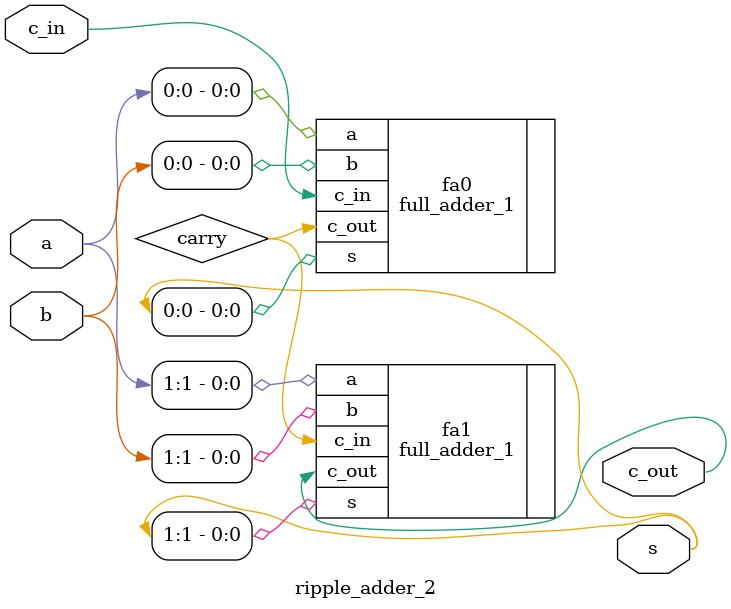
<source format=v>

module ripple_adder_2(
	input [1:0]a, b,
	input c_in,
	output [1:0] s,
	output c_out);
	
	wire carry;
	
	full_adder_1 fa0(
		.a(a[0]),
		.b(b[0]),
		.c_in(c_in),
		.s(s[0]),
		.c_out(carry)
	);
	
	full_adder_1 fa1(
		.a(a[1]),
		.b(b[1]),
		.c_in(carry),
		.s(s[1]),
		.c_out(c_out)
	);
	
endmodule

</source>
